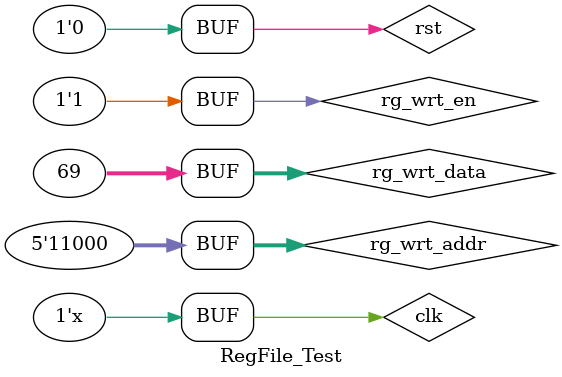
<source format=v>
`timescale 1ns / 1ps

module RegFile_Test;

	// Inputs
	reg clk;
	reg rst;
	reg rg_wrt_en;
	reg [4:0] rg_wrt_addr;
	reg [4:0] rg_rd_addr1;
	reg [4:0] rg_rd_addr2;
	reg [31:0] rg_wrt_data;
	

	// Outputs
	wire [31:0] rg_rd_data1;
	wire [31:0] rg_rd_data2;

	// Instantiate the Unit Under Test (UUT)
	RegFile uut (
		.clk(clk), 
		.rst(rst), 
		.rg_wrt_en(rg_wrt_en), 
		.rg_wrt_addr(rg_wrt_addr), 
		.rg_rd_addr1(rg_rd_addr1), 
		.rg_rd_addr2(rg_rd_addr2), 
		.rg_wrt_data(rg_wrt_data),                              
		.rg_rd_data1(rg_rd_data1), 
		.rg_rd_data2(rg_rd_data2)
	);

		always begin 
		#10;
		
		clk = ~clk;
		end
		
		initial begin
		  clk = 0; 
        rst = 1;
        #100; 
        rst = 0;
        #10;
        rg_wrt_en = 1;
        rg_wrt_addr = 8'h18;
        rg_wrt_data = 8'h0000_0045;
     end
		
	
     
endmodule


</source>
